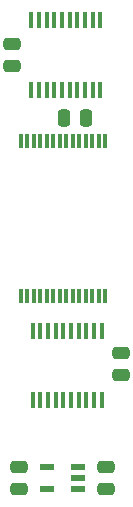
<source format=gtp>
%TF.GenerationSoftware,KiCad,Pcbnew,7.0.5*%
%TF.CreationDate,2024-02-19T15:39:44+02:00*%
%TF.ProjectId,Memory 32KB with Output,4d656d6f-7279-4203-9332-4b4220776974,V0*%
%TF.SameCoordinates,PX6d01460PY32de760*%
%TF.FileFunction,Paste,Top*%
%TF.FilePolarity,Positive*%
%FSLAX46Y46*%
G04 Gerber Fmt 4.6, Leading zero omitted, Abs format (unit mm)*
G04 Created by KiCad (PCBNEW 7.0.5) date 2024-02-19 15:39:44*
%MOMM*%
%LPD*%
G01*
G04 APERTURE LIST*
G04 Aperture macros list*
%AMRoundRect*
0 Rectangle with rounded corners*
0 $1 Rounding radius*
0 $2 $3 $4 $5 $6 $7 $8 $9 X,Y pos of 4 corners*
0 Add a 4 corners polygon primitive as box body*
4,1,4,$2,$3,$4,$5,$6,$7,$8,$9,$2,$3,0*
0 Add four circle primitives for the rounded corners*
1,1,$1+$1,$2,$3*
1,1,$1+$1,$4,$5*
1,1,$1+$1,$6,$7*
1,1,$1+$1,$8,$9*
0 Add four rect primitives between the rounded corners*
20,1,$1+$1,$2,$3,$4,$5,0*
20,1,$1+$1,$4,$5,$6,$7,0*
20,1,$1+$1,$6,$7,$8,$9,0*
20,1,$1+$1,$8,$9,$2,$3,0*%
G04 Aperture macros list end*
%ADD10R,1.150000X0.600000*%
%ADD11R,0.450000X1.475000*%
%ADD12R,0.350000X1.275000*%
%ADD13RoundRect,0.250000X0.475000X-0.250000X0.475000X0.250000X-0.475000X0.250000X-0.475000X-0.250000X0*%
%ADD14RoundRect,0.250000X-0.475000X0.250000X-0.475000X-0.250000X0.475000X-0.250000X0.475000X0.250000X0*%
%ADD15RoundRect,0.250000X-0.250000X-0.475000X0.250000X-0.475000X0.250000X0.475000X-0.250000X0.475000X0*%
G04 APERTURE END LIST*
D10*
%TO.C,IC5*%
X8920000Y-47051000D03*
X8920000Y-46101000D03*
X8920000Y-45151000D03*
X6320000Y-45151000D03*
X6320000Y-47051000D03*
%TD*%
D11*
%TO.C,IC3*%
X10926000Y-33638000D03*
X10276000Y-33638000D03*
X9626000Y-33638000D03*
X8976000Y-33638000D03*
X8326000Y-33638000D03*
X7676000Y-33638000D03*
X7026000Y-33638000D03*
X6376000Y-33638000D03*
X5726000Y-33638000D03*
X5076000Y-33638000D03*
X5076000Y-39514000D03*
X5726000Y-39514000D03*
X6376000Y-39514000D03*
X7026000Y-39514000D03*
X7676000Y-39514000D03*
X8326000Y-39514000D03*
X8976000Y-39514000D03*
X9626000Y-39514000D03*
X10276000Y-39514000D03*
X10926000Y-39514000D03*
%TD*%
%TO.C,IC2*%
X4949000Y-13225000D03*
X5599000Y-13225000D03*
X6249000Y-13225000D03*
X6899000Y-13225000D03*
X7549000Y-13225000D03*
X8199000Y-13225000D03*
X8849000Y-13225000D03*
X9499000Y-13225000D03*
X10149000Y-13225000D03*
X10799000Y-13225000D03*
X10799000Y-7349000D03*
X10149000Y-7349000D03*
X9499000Y-7349000D03*
X8849000Y-7349000D03*
X8199000Y-7349000D03*
X7549000Y-7349000D03*
X6899000Y-7349000D03*
X6249000Y-7349000D03*
X5599000Y-7349000D03*
X4949000Y-7349000D03*
%TD*%
D12*
%TO.C,IC1*%
X11200000Y-17587000D03*
X10650000Y-17587000D03*
X10100000Y-17587000D03*
X9550000Y-17587000D03*
X9000000Y-17587000D03*
X8450000Y-17587000D03*
X7900000Y-17587000D03*
X7350000Y-17587000D03*
X6800000Y-17587000D03*
X6250000Y-17587000D03*
X5700000Y-17587000D03*
X5150000Y-17587000D03*
X4600000Y-17587000D03*
X4050000Y-17587000D03*
X4050000Y-30663000D03*
X4600000Y-30663000D03*
X5150000Y-30663000D03*
X5700000Y-30663000D03*
X6250000Y-30663000D03*
X6800000Y-30663000D03*
X7350000Y-30663000D03*
X7900000Y-30663000D03*
X8450000Y-30663000D03*
X9000000Y-30663000D03*
X9550000Y-30663000D03*
X10100000Y-30663000D03*
X10650000Y-30663000D03*
X11200000Y-30663000D03*
%TD*%
D13*
%TO.C,C5*%
X3937000Y-47035000D03*
X3937000Y-45135000D03*
%TD*%
%TO.C,C4*%
X11303000Y-47035000D03*
X11303000Y-45135000D03*
%TD*%
D14*
%TO.C,C2*%
X3302000Y-11253000D03*
X3302000Y-9353000D03*
%TD*%
D15*
%TO.C,C1*%
X7702000Y-15621000D03*
X9602000Y-15621000D03*
%TD*%
D13*
%TO.C,C3*%
X12573000Y-37383000D03*
X12573000Y-35483000D03*
%TD*%
M02*

</source>
